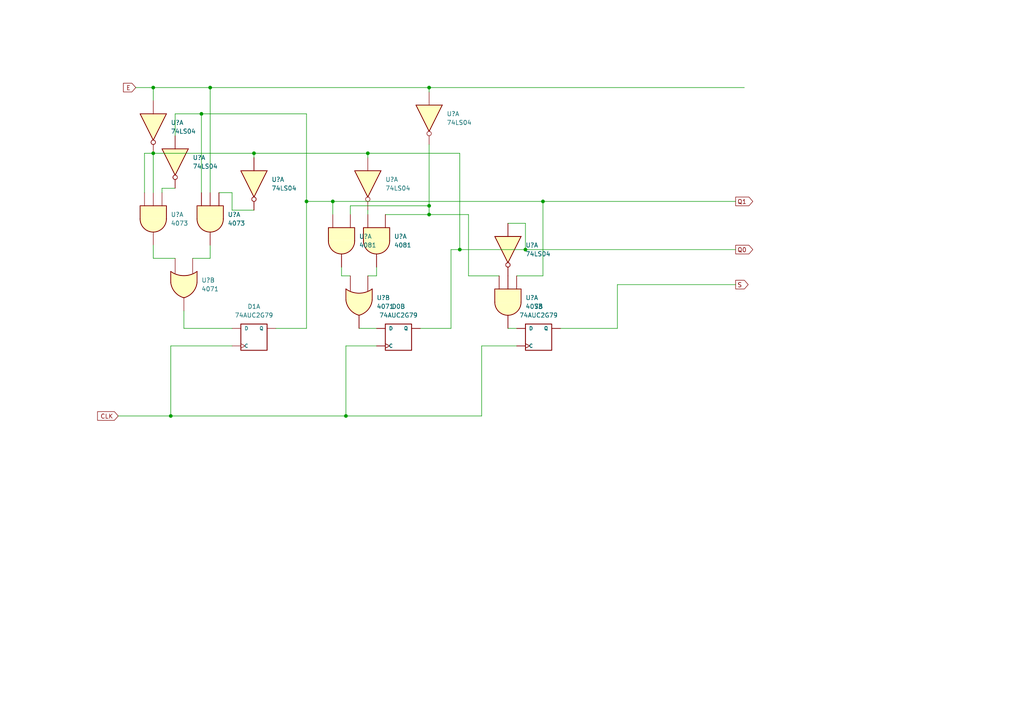
<source format=kicad_sch>
(kicad_sch (version 20211123) (generator eeschema)
  (paper "A4")
  (lib_symbols
    (symbol "4071_1" (pin_numbers hide) (pin_names (offset 1.016) hide)
      (property "Reference" "U" (at 0 1.27 0))
      (property "Value" "4071_1" (at 0 -1.27 0))
      (symbol "4071_1_1_1"
        (pin input line (at -7.62 2.54 0) (length 4.318) (name "~") (number "1"))
        (pin input line (at -7.62 -2.54 0) (length 4.318) (name "~") (number "2"))
        (pin output line (at 7.62 0 180) (length 3.81) (name "~") (number "3"))
      )
      (symbol "4071_1_1_2"
        (pin input inverted (at -7.62 2.54 0) (length 3.81) (name "~") (number "1"))
        (pin input inverted (at -7.62 -2.54 0) (length 3.81) (name "~") (number "2"))
        (pin output inverted (at 7.62 0 180) (length 3.81) (name "~") (number "3"))
      )
      (symbol "4071_1_2_1"
        (pin output line (at 7.62 0 180) (length 3.81) (name "~") (number "4"))
        (pin input line (at -7.62 2.54 0) (length 4.318) (name "~") (number "5"))
        (pin input line (at -7.62 -2.54 0) (length 4.318) (name "~") (number "6"))
      )
      (symbol "4071_1_2_2"
        (pin output inverted (at 7.62 0 180) (length 3.81) (name "~") (number "4"))
        (pin input inverted (at -7.62 2.54 0) (length 3.81) (name "~") (number "5"))
        (pin input inverted (at -7.62 -2.54 0) (length 3.81) (name "~") (number "6"))
      )
      (symbol "4071_1_3_1"
        (pin output line (at 7.62 0 180) (length 3.81) (name "~") (number "10"))
        (pin input line (at -7.62 2.54 0) (length 4.318) (name "~") (number "8"))
        (pin input line (at -7.62 -2.54 0) (length 4.318) (name "~") (number "9"))
      )
      (symbol "4071_1_3_2"
        (pin output inverted (at 7.62 0 180) (length 3.81) (name "~") (number "10"))
        (pin input inverted (at -7.62 2.54 0) (length 3.81) (name "~") (number "8"))
        (pin input inverted (at -7.62 -2.54 0) (length 3.81) (name "~") (number "9"))
      )
      (symbol "4071_1_4_1"
        (pin output line (at 7.62 0 180) (length 3.81) (name "~") (number "11"))
        (pin input line (at -7.62 2.54 0) (length 4.318) (name "~") (number "12"))
        (pin input line (at -7.62 -2.54 0) (length 4.318) (name "~") (number "13"))
      )
      (symbol "4071_1_4_2"
        (pin output inverted (at 7.62 0 180) (length 3.81) (name "~") (number "11"))
        (pin input inverted (at -7.62 2.54 0) (length 3.81) (name "~") (number "12"))
        (pin input inverted (at -7.62 -2.54 0) (length 3.81) (name "~") (number "13"))
      )
      (symbol "4071_1_5_0"
        (pin power_in line (at 0 12.7 270) (length 5.08) (name "VDD") (number "14"))
        (pin power_in line (at 0 -12.7 90) (length 5.08) (name "VSS") (number "7"))
      )
    )
    (symbol "4073_1" (pin_numbers hide) (pin_names (offset 1.016) hide)
      (property "Reference" "U" (at 0 1.27 0))
      (property "Value" "4073_1" (at 0 -1.27 0))
      (symbol "4073_1_1_1"
        (pin input line (at -7.62 2.54 0) (length 3.81) (name "~") (number "1"))
        (pin input line (at -7.62 0 0) (length 3.81) (name "~") (number "2"))
        (pin input line (at -7.62 -2.54 0) (length 3.81) (name "~") (number "8"))
        (pin output line (at 7.62 0 180) (length 3.81) (name "~") (number "9"))
      )
      (symbol "4073_1_1_2"
        (pin input inverted (at -7.62 2.54 0) (length 4.318) (name "~") (number "1"))
        (pin input inverted (at -7.62 0 0) (length 4.953) (name "~") (number "2"))
        (pin input inverted (at -7.62 -2.54 0) (length 4.318) (name "~") (number "8"))
        (pin output inverted (at 7.62 0 180) (length 3.81) (name "~") (number "9"))
      )
      (symbol "4073_1_2_1"
        (pin input line (at -7.62 2.54 0) (length 3.81) (name "~") (number "3"))
        (pin input line (at -7.62 0 0) (length 3.81) (name "~") (number "4"))
        (pin input line (at -7.62 -2.54 0) (length 3.81) (name "~") (number "5"))
        (pin output line (at 7.62 0 180) (length 3.81) (name "~") (number "6"))
      )
      (symbol "4073_1_2_2"
        (pin input inverted (at -7.62 2.54 0) (length 4.318) (name "~") (number "3"))
        (pin input inverted (at -7.62 0 0) (length 4.953) (name "~") (number "4"))
        (pin input inverted (at -7.62 -2.54 0) (length 4.318) (name "~") (number "5"))
        (pin output inverted (at 7.62 0 180) (length 3.81) (name "~") (number "6"))
      )
      (symbol "4073_1_3_1"
        (pin output line (at 7.62 0 180) (length 3.81) (name "~") (number "10"))
        (pin input line (at -7.62 2.54 0) (length 3.81) (name "~") (number "11"))
        (pin input line (at -7.62 0 0) (length 3.81) (name "~") (number "12"))
        (pin input line (at -7.62 -2.54 0) (length 3.81) (name "~") (number "13"))
      )
      (symbol "4073_1_3_2"
        (pin output inverted (at 7.62 0 180) (length 3.81) (name "~") (number "10"))
        (pin input inverted (at -7.62 2.54 0) (length 4.318) (name "~") (number "11"))
        (pin input inverted (at -7.62 0 0) (length 4.953) (name "~") (number "12"))
        (pin input inverted (at -7.62 -2.54 0) (length 4.318) (name "~") (number "13"))
      )
      (symbol "4073_1_4_0"
        (pin power_in line (at 0 12.7 270) (length 5.08) (name "VDD") (number "14"))
        (pin power_in line (at 0 -12.7 90) (length 5.08) (name "VSS") (number "7"))
      )
    )
    (symbol "4073_2" (pin_numbers hide) (pin_names (offset 1.016) hide)
      (property "Reference" "U" (at 0 1.27 0))
      (property "Value" "4073_2" (at 0 -1.27 0))
      (symbol "4073_2_1_1"
        (pin input line (at -7.62 2.54 0) (length 3.81) (name "~") (number "1"))
        (pin input line (at -7.62 0 0) (length 3.81) (name "~") (number "2"))
        (pin input line (at -7.62 -2.54 0) (length 3.81) (name "~") (number "8"))
        (pin output line (at 7.62 0 180) (length 3.81) (name "~") (number "9"))
      )
      (symbol "4073_2_1_2"
        (pin input inverted (at -7.62 2.54 0) (length 4.318) (name "~") (number "1"))
        (pin input inverted (at -7.62 0 0) (length 4.953) (name "~") (number "2"))
        (pin input inverted (at -7.62 -2.54 0) (length 4.318) (name "~") (number "8"))
        (pin output inverted (at 7.62 0 180) (length 3.81) (name "~") (number "9"))
      )
      (symbol "4073_2_2_1"
        (pin input line (at -7.62 2.54 0) (length 3.81) (name "~") (number "3"))
        (pin input line (at -7.62 0 0) (length 3.81) (name "~") (number "4"))
        (pin input line (at -7.62 -2.54 0) (length 3.81) (name "~") (number "5"))
        (pin output line (at 7.62 0 180) (length 3.81) (name "~") (number "6"))
      )
      (symbol "4073_2_2_2"
        (pin input inverted (at -7.62 2.54 0) (length 4.318) (name "~") (number "3"))
        (pin input inverted (at -7.62 0 0) (length 4.953) (name "~") (number "4"))
        (pin input inverted (at -7.62 -2.54 0) (length 4.318) (name "~") (number "5"))
        (pin output inverted (at 7.62 0 180) (length 3.81) (name "~") (number "6"))
      )
      (symbol "4073_2_3_1"
        (pin output line (at 7.62 0 180) (length 3.81) (name "~") (number "10"))
        (pin input line (at -7.62 2.54 0) (length 3.81) (name "~") (number "11"))
        (pin input line (at -7.62 0 0) (length 3.81) (name "~") (number "12"))
        (pin input line (at -7.62 -2.54 0) (length 3.81) (name "~") (number "13"))
      )
      (symbol "4073_2_3_2"
        (pin output inverted (at 7.62 0 180) (length 3.81) (name "~") (number "10"))
        (pin input inverted (at -7.62 2.54 0) (length 4.318) (name "~") (number "11"))
        (pin input inverted (at -7.62 0 0) (length 4.953) (name "~") (number "12"))
        (pin input inverted (at -7.62 -2.54 0) (length 4.318) (name "~") (number "13"))
      )
      (symbol "4073_2_4_0"
        (pin power_in line (at 0 12.7 270) (length 5.08) (name "VDD") (number "14"))
        (pin power_in line (at 0 -12.7 90) (length 5.08) (name "VSS") (number "7"))
      )
    )
    (symbol "4081_1" (pin_numbers hide) (pin_names (offset 1.016) hide)
      (property "Reference" "U" (at 0 1.27 0))
      (property "Value" "4081_1" (at 0 -1.27 0))
      (symbol "4081_1_1_1"
        (pin input line (at -7.62 2.54 0) (length 3.81) (name "~") (number "1"))
        (pin input line (at -7.62 -2.54 0) (length 3.81) (name "~") (number "2"))
        (pin output line (at 7.62 0 180) (length 3.81) (name "~") (number "3"))
      )
      (symbol "4081_1_1_2"
        (pin input inverted (at -7.62 2.54 0) (length 4.318) (name "~") (number "1"))
        (pin input inverted (at -7.62 -2.54 0) (length 4.318) (name "~") (number "2"))
        (pin output inverted (at 7.62 0 180) (length 3.81) (name "~") (number "3"))
      )
      (symbol "4081_1_2_1"
        (pin output line (at 7.62 0 180) (length 3.81) (name "~") (number "4"))
        (pin input line (at -7.62 2.54 0) (length 3.81) (name "~") (number "5"))
        (pin input line (at -7.62 -2.54 0) (length 3.81) (name "~") (number "6"))
      )
      (symbol "4081_1_2_2"
        (pin output inverted (at 7.62 0 180) (length 3.81) (name "~") (number "4"))
        (pin input inverted (at -7.62 2.54 0) (length 4.318) (name "~") (number "5"))
        (pin input inverted (at -7.62 -2.54 0) (length 4.318) (name "~") (number "6"))
      )
      (symbol "4081_1_3_1"
        (pin output line (at 7.62 0 180) (length 3.81) (name "~") (number "10"))
        (pin input line (at -7.62 2.54 0) (length 3.81) (name "~") (number "8"))
        (pin input line (at -7.62 -2.54 0) (length 3.81) (name "~") (number "9"))
      )
      (symbol "4081_1_3_2"
        (pin output inverted (at 7.62 0 180) (length 3.81) (name "~") (number "10"))
        (pin input inverted (at -7.62 2.54 0) (length 4.318) (name "~") (number "8"))
        (pin input inverted (at -7.62 -2.54 0) (length 4.318) (name "~") (number "9"))
      )
      (symbol "4081_1_4_1"
        (pin output line (at 7.62 0 180) (length 3.81) (name "~") (number "11"))
        (pin input line (at -7.62 2.54 0) (length 3.81) (name "~") (number "12"))
        (pin input line (at -7.62 -2.54 0) (length 3.81) (name "~") (number "13"))
      )
      (symbol "4081_1_4_2"
        (pin output inverted (at 7.62 0 180) (length 3.81) (name "~") (number "11"))
        (pin input inverted (at -7.62 2.54 0) (length 4.318) (name "~") (number "12"))
        (pin input inverted (at -7.62 -2.54 0) (length 4.318) (name "~") (number "13"))
      )
      (symbol "4081_1_5_0"
        (pin power_in line (at 0 12.7 270) (length 5.08) (name "VDD") (number "14"))
        (pin power_in line (at 0 -12.7 90) (length 5.08) (name "VSS") (number "7"))
      )
    )
    (symbol "4xxx:4071" (pin_numbers hide) (pin_names (offset 1.016) hide)
      (property "Reference" "U" (at 0 1.27 0))
      (property "Value" "4071" (at 0 -1.27 0))
      (symbol "4071_1_1"
        (pin input line (at -7.62 2.54 0) (length 4.318) (name "~") (number "1"))
        (pin input line (at -7.62 -2.54 0) (length 4.318) (name "~") (number "2"))
        (pin output line (at 7.62 0 180) (length 3.81) (name "~") (number "3"))
      )
      (symbol "4071_1_2"
        (pin input inverted (at -7.62 2.54 0) (length 3.81) (name "~") (number "1"))
        (pin input inverted (at -7.62 -2.54 0) (length 3.81) (name "~") (number "2"))
        (pin output inverted (at 7.62 0 180) (length 3.81) (name "~") (number "3"))
      )
      (symbol "4071_2_1"
        (pin output line (at 7.62 0 180) (length 3.81) (name "~") (number "4"))
        (pin input line (at -7.62 2.54 0) (length 4.318) (name "~") (number "5"))
        (pin input line (at -7.62 -2.54 0) (length 4.318) (name "~") (number "6"))
      )
      (symbol "4071_2_2"
        (pin output inverted (at 7.62 0 180) (length 3.81) (name "~") (number "4"))
        (pin input inverted (at -7.62 2.54 0) (length 3.81) (name "~") (number "5"))
        (pin input inverted (at -7.62 -2.54 0) (length 3.81) (name "~") (number "6"))
      )
      (symbol "4071_3_1"
        (pin output line (at 7.62 0 180) (length 3.81) (name "~") (number "10"))
        (pin input line (at -7.62 2.54 0) (length 4.318) (name "~") (number "8"))
        (pin input line (at -7.62 -2.54 0) (length 4.318) (name "~") (number "9"))
      )
      (symbol "4071_3_2"
        (pin output inverted (at 7.62 0 180) (length 3.81) (name "~") (number "10"))
        (pin input inverted (at -7.62 2.54 0) (length 3.81) (name "~") (number "8"))
        (pin input inverted (at -7.62 -2.54 0) (length 3.81) (name "~") (number "9"))
      )
      (symbol "4071_4_1"
        (pin output line (at 7.62 0 180) (length 3.81) (name "~") (number "11"))
        (pin input line (at -7.62 2.54 0) (length 4.318) (name "~") (number "12"))
        (pin input line (at -7.62 -2.54 0) (length 4.318) (name "~") (number "13"))
      )
      (symbol "4071_4_2"
        (pin output inverted (at 7.62 0 180) (length 3.81) (name "~") (number "11"))
        (pin input inverted (at -7.62 2.54 0) (length 3.81) (name "~") (number "12"))
        (pin input inverted (at -7.62 -2.54 0) (length 3.81) (name "~") (number "13"))
      )
      (symbol "4071_5_0"
        (pin power_in line (at 0 12.7 270) (length 5.08) (name "VDD") (number "14"))
        (pin power_in line (at 0 -12.7 90) (length 5.08) (name "VSS") (number "7"))
      )
    )
    (symbol "4xxx:4073" (pin_numbers hide) (pin_names (offset 1.016) hide)
      (property "Reference" "U" (at 0 1.27 0))
      (property "Value" "4073" (at 0 -1.27 0))
      (symbol "4073_1_1"
        (pin input line (at -7.62 2.54 0) (length 3.81) (name "~") (number "1"))
        (pin input line (at -7.62 0 0) (length 3.81) (name "~") (number "2"))
        (pin input line (at -7.62 -2.54 0) (length 3.81) (name "~") (number "8"))
        (pin output line (at 7.62 0 180) (length 3.81) (name "~") (number "9"))
      )
      (symbol "4073_1_2"
        (pin input inverted (at -7.62 2.54 0) (length 4.318) (name "~") (number "1"))
        (pin input inverted (at -7.62 0 0) (length 4.953) (name "~") (number "2"))
        (pin input inverted (at -7.62 -2.54 0) (length 4.318) (name "~") (number "8"))
        (pin output inverted (at 7.62 0 180) (length 3.81) (name "~") (number "9"))
      )
      (symbol "4073_2_1"
        (pin input line (at -7.62 2.54 0) (length 3.81) (name "~") (number "3"))
        (pin input line (at -7.62 0 0) (length 3.81) (name "~") (number "4"))
        (pin input line (at -7.62 -2.54 0) (length 3.81) (name "~") (number "5"))
        (pin output line (at 7.62 0 180) (length 3.81) (name "~") (number "6"))
      )
      (symbol "4073_2_2"
        (pin input inverted (at -7.62 2.54 0) (length 4.318) (name "~") (number "3"))
        (pin input inverted (at -7.62 0 0) (length 4.953) (name "~") (number "4"))
        (pin input inverted (at -7.62 -2.54 0) (length 4.318) (name "~") (number "5"))
        (pin output inverted (at 7.62 0 180) (length 3.81) (name "~") (number "6"))
      )
      (symbol "4073_3_1"
        (pin output line (at 7.62 0 180) (length 3.81) (name "~") (number "10"))
        (pin input line (at -7.62 2.54 0) (length 3.81) (name "~") (number "11"))
        (pin input line (at -7.62 0 0) (length 3.81) (name "~") (number "12"))
        (pin input line (at -7.62 -2.54 0) (length 3.81) (name "~") (number "13"))
      )
      (symbol "4073_3_2"
        (pin output inverted (at 7.62 0 180) (length 3.81) (name "~") (number "10"))
        (pin input inverted (at -7.62 2.54 0) (length 4.318) (name "~") (number "11"))
        (pin input inverted (at -7.62 0 0) (length 4.953) (name "~") (number "12"))
        (pin input inverted (at -7.62 -2.54 0) (length 4.318) (name "~") (number "13"))
      )
      (symbol "4073_4_0"
        (pin power_in line (at 0 12.7 270) (length 5.08) (name "VDD") (number "14"))
        (pin power_in line (at 0 -12.7 90) (length 5.08) (name "VSS") (number "7"))
      )
    )
    (symbol "4xxx:4081" (pin_numbers hide) (pin_names (offset 1.016) hide)
      (property "Reference" "U" (at 0 1.27 0))
      (property "Value" "4081" (at 0 -1.27 0))
      (symbol "4081_1_1"
        (pin input line (at -7.62 2.54 0) (length 3.81) (name "~") (number "1"))
        (pin input line (at -7.62 -2.54 0) (length 3.81) (name "~") (number "2"))
        (pin output line (at 7.62 0 180) (length 3.81) (name "~") (number "3"))
      )
      (symbol "4081_1_2"
        (pin input inverted (at -7.62 2.54 0) (length 4.318) (name "~") (number "1"))
        (pin input inverted (at -7.62 -2.54 0) (length 4.318) (name "~") (number "2"))
        (pin output inverted (at 7.62 0 180) (length 3.81) (name "~") (number "3"))
      )
      (symbol "4081_2_1"
        (pin output line (at 7.62 0 180) (length 3.81) (name "~") (number "4"))
        (pin input line (at -7.62 2.54 0) (length 3.81) (name "~") (number "5"))
        (pin input line (at -7.62 -2.54 0) (length 3.81) (name "~") (number "6"))
      )
      (symbol "4081_2_2"
        (pin output inverted (at 7.62 0 180) (length 3.81) (name "~") (number "4"))
        (pin input inverted (at -7.62 2.54 0) (length 4.318) (name "~") (number "5"))
        (pin input inverted (at -7.62 -2.54 0) (length 4.318) (name "~") (number "6"))
      )
      (symbol "4081_3_1"
        (pin output line (at 7.62 0 180) (length 3.81) (name "~") (number "10"))
        (pin input line (at -7.62 2.54 0) (length 3.81) (name "~") (number "8"))
        (pin input line (at -7.62 -2.54 0) (length 3.81) (name "~") (number "9"))
      )
      (symbol "4081_3_2"
        (pin output inverted (at 7.62 0 180) (length 3.81) (name "~") (number "10"))
        (pin input inverted (at -7.62 2.54 0) (length 4.318) (name "~") (number "8"))
        (pin input inverted (at -7.62 -2.54 0) (length 4.318) (name "~") (number "9"))
      )
      (symbol "4081_4_1"
        (pin output line (at 7.62 0 180) (length 3.81) (name "~") (number "11"))
        (pin input line (at -7.62 2.54 0) (length 3.81) (name "~") (number "12"))
        (pin input line (at -7.62 -2.54 0) (length 3.81) (name "~") (number "13"))
      )
      (symbol "4081_4_2"
        (pin output inverted (at 7.62 0 180) (length 3.81) (name "~") (number "11"))
        (pin input inverted (at -7.62 2.54 0) (length 4.318) (name "~") (number "12"))
        (pin input inverted (at -7.62 -2.54 0) (length 4.318) (name "~") (number "13"))
      )
      (symbol "4081_5_0"
        (pin power_in line (at 0 12.7 270) (length 5.08) (name "VDD") (number "14"))
        (pin power_in line (at 0 -12.7 90) (length 5.08) (name "VSS") (number "7"))
      )
    )
    (symbol "74AUC2G79_1" (pin_numbers hide) (pin_names (offset 1.016))
      (property "Reference" "U" (at -2.54 5.08 0))
      (property "Value" "74AUC2G79_1" (at 0 -5.08 0))
      (symbol "74AUC2G79_1_0_1"
        (pin power_in line (at 0 -3.81 270) (length 0) hide (name "GND") (number "4"))
        (pin power_in line (at 0 3.81 90) (length 0) hide (name "VCC") (number "8"))
      )
      (symbol "74AUC2G79_1_1_1"
        (pin input clock (at -6.35 -2.54 0) (length 2.54) (name "C") (number "1"))
        (pin input line (at -6.35 2.54 0) (length 2.54) (name "D") (number "2"))
        (pin output line (at 6.35 2.54 180) (length 2.54) (name "Q") (number "7"))
      )
      (symbol "74AUC2G79_1_2_1"
        (pin output line (at 6.35 2.54 180) (length 2.54) (name "Q") (number "3"))
        (pin input clock (at -6.35 -2.54 0) (length 2.54) (name "C") (number "5"))
        (pin input line (at -6.35 2.54 0) (length 2.54) (name "D") (number "6"))
      )
    )
    (symbol "74AUC2G79_2" (pin_numbers hide) (pin_names (offset 1.016))
      (property "Reference" "U" (at -2.54 5.08 0))
      (property "Value" "74AUC2G79_2" (at 0 -5.08 0))
      (symbol "74AUC2G79_2_0_1"
        (pin power_in line (at 0 -3.81 270) (length 0) hide (name "GND") (number "4"))
        (pin power_in line (at 0 3.81 90) (length 0) hide (name "VCC") (number "8"))
      )
      (symbol "74AUC2G79_2_1_1"
        (pin input clock (at -6.35 -2.54 0) (length 2.54) (name "C") (number "1"))
        (pin input line (at -6.35 2.54 0) (length 2.54) (name "D") (number "2"))
        (pin output line (at 6.35 2.54 180) (length 2.54) (name "Q") (number "7"))
      )
      (symbol "74AUC2G79_2_2_1"
        (pin output line (at 6.35 2.54 180) (length 2.54) (name "Q") (number "3"))
        (pin input clock (at -6.35 -2.54 0) (length 2.54) (name "C") (number "5"))
        (pin input line (at -6.35 2.54 0) (length 2.54) (name "D") (number "6"))
      )
    )
    (symbol "74LS04_1" (pin_numbers hide) (pin_names hide)
      (property "Reference" "U" (at 0 1.27 0))
      (property "Value" "74LS04_1" (at 0 -1.27 0))
      (symbol "74LS04_1_1_0"
        (pin input line (at -7.62 0 0) (length 3.81) (name "~") (number "1"))
        (pin output inverted (at 7.62 0 180) (length 3.81) (name "~") (number "2"))
      )
      (symbol "74LS04_1_2_0"
        (pin input line (at -7.62 0 0) (length 3.81) (name "~") (number "3"))
        (pin output inverted (at 7.62 0 180) (length 3.81) (name "~") (number "4"))
      )
      (symbol "74LS04_1_3_0"
        (pin input line (at -7.62 0 0) (length 3.81) (name "~") (number "5"))
        (pin output inverted (at 7.62 0 180) (length 3.81) (name "~") (number "6"))
      )
      (symbol "74LS04_1_4_0"
        (pin output inverted (at 7.62 0 180) (length 3.81) (name "~") (number "8"))
        (pin input line (at -7.62 0 0) (length 3.81) (name "~") (number "9"))
      )
      (symbol "74LS04_1_5_0"
        (pin output inverted (at 7.62 0 180) (length 3.81) (name "~") (number "10"))
        (pin input line (at -7.62 0 0) (length 3.81) (name "~") (number "11"))
      )
      (symbol "74LS04_1_6_0"
        (pin output inverted (at 7.62 0 180) (length 3.81) (name "~") (number "12"))
        (pin input line (at -7.62 0 0) (length 3.81) (name "~") (number "13"))
      )
      (symbol "74LS04_1_7_0"
        (pin power_in line (at 0 12.7 270) (length 5.08) (name "VCC") (number "14"))
        (pin power_in line (at 0 -12.7 90) (length 5.08) (name "GND") (number "7"))
      )
    )
    (symbol "74LS04_2" (pin_numbers hide) (pin_names hide)
      (property "Reference" "U" (at 0 1.27 0))
      (property "Value" "74LS04_2" (at 0 -1.27 0))
      (symbol "74LS04_2_1_0"
        (pin input line (at -7.62 0 0) (length 3.81) (name "~") (number "1"))
        (pin output inverted (at 7.62 0 180) (length 3.81) (name "~") (number "2"))
      )
      (symbol "74LS04_2_2_0"
        (pin input line (at -7.62 0 0) (length 3.81) (name "~") (number "3"))
        (pin output inverted (at 7.62 0 180) (length 3.81) (name "~") (number "4"))
      )
      (symbol "74LS04_2_3_0"
        (pin input line (at -7.62 0 0) (length 3.81) (name "~") (number "5"))
        (pin output inverted (at 7.62 0 180) (length 3.81) (name "~") (number "6"))
      )
      (symbol "74LS04_2_4_0"
        (pin output inverted (at 7.62 0 180) (length 3.81) (name "~") (number "8"))
        (pin input line (at -7.62 0 0) (length 3.81) (name "~") (number "9"))
      )
      (symbol "74LS04_2_5_0"
        (pin output inverted (at 7.62 0 180) (length 3.81) (name "~") (number "10"))
        (pin input line (at -7.62 0 0) (length 3.81) (name "~") (number "11"))
      )
      (symbol "74LS04_2_6_0"
        (pin output inverted (at 7.62 0 180) (length 3.81) (name "~") (number "12"))
        (pin input line (at -7.62 0 0) (length 3.81) (name "~") (number "13"))
      )
      (symbol "74LS04_2_7_0"
        (pin power_in line (at 0 12.7 270) (length 5.08) (name "VCC") (number "14"))
        (pin power_in line (at 0 -12.7 90) (length 5.08) (name "GND") (number "7"))
      )
    )
    (symbol "74LS04_3" (pin_numbers hide) (pin_names hide)
      (property "Reference" "U" (at 0 1.27 0))
      (property "Value" "74LS04_3" (at 0 -1.27 0))
      (symbol "74LS04_3_1_0"
        (pin input line (at -7.62 0 0) (length 3.81) (name "~") (number "1"))
        (pin output inverted (at 7.62 0 180) (length 3.81) (name "~") (number "2"))
      )
      (symbol "74LS04_3_2_0"
        (pin input line (at -7.62 0 0) (length 3.81) (name "~") (number "3"))
        (pin output inverted (at 7.62 0 180) (length 3.81) (name "~") (number "4"))
      )
      (symbol "74LS04_3_3_0"
        (pin input line (at -7.62 0 0) (length 3.81) (name "~") (number "5"))
        (pin output inverted (at 7.62 0 180) (length 3.81) (name "~") (number "6"))
      )
      (symbol "74LS04_3_4_0"
        (pin output inverted (at 7.62 0 180) (length 3.81) (name "~") (number "8"))
        (pin input line (at -7.62 0 0) (length 3.81) (name "~") (number "9"))
      )
      (symbol "74LS04_3_5_0"
        (pin output inverted (at 7.62 0 180) (length 3.81) (name "~") (number "10"))
        (pin input line (at -7.62 0 0) (length 3.81) (name "~") (number "11"))
      )
      (symbol "74LS04_3_6_0"
        (pin output inverted (at 7.62 0 180) (length 3.81) (name "~") (number "12"))
        (pin input line (at -7.62 0 0) (length 3.81) (name "~") (number "13"))
      )
      (symbol "74LS04_3_7_0"
        (pin power_in line (at 0 12.7 270) (length 5.08) (name "VCC") (number "14"))
        (pin power_in line (at 0 -12.7 90) (length 5.08) (name "GND") (number "7"))
      )
    )
    (symbol "74LS04_4" (pin_numbers hide) (pin_names hide)
      (property "Reference" "U" (at 0 1.27 0))
      (property "Value" "74LS04_4" (at 0 -1.27 0))
      (symbol "74LS04_4_1_0"
        (pin input line (at -7.62 0 0) (length 3.81) (name "~") (number "1"))
        (pin output inverted (at 7.62 0 180) (length 3.81) (name "~") (number "2"))
      )
      (symbol "74LS04_4_2_0"
        (pin input line (at -7.62 0 0) (length 3.81) (name "~") (number "3"))
        (pin output inverted (at 7.62 0 180) (length 3.81) (name "~") (number "4"))
      )
      (symbol "74LS04_4_3_0"
        (pin input line (at -7.62 0 0) (length 3.81) (name "~") (number "5"))
        (pin output inverted (at 7.62 0 180) (length 3.81) (name "~") (number "6"))
      )
      (symbol "74LS04_4_4_0"
        (pin output inverted (at 7.62 0 180) (length 3.81) (name "~") (number "8"))
        (pin input line (at -7.62 0 0) (length 3.81) (name "~") (number "9"))
      )
      (symbol "74LS04_4_5_0"
        (pin output inverted (at 7.62 0 180) (length 3.81) (name "~") (number "10"))
        (pin input line (at -7.62 0 0) (length 3.81) (name "~") (number "11"))
      )
      (symbol "74LS04_4_6_0"
        (pin output inverted (at 7.62 0 180) (length 3.81) (name "~") (number "12"))
        (pin input line (at -7.62 0 0) (length 3.81) (name "~") (number "13"))
      )
      (symbol "74LS04_4_7_0"
        (pin power_in line (at 0 12.7 270) (length 5.08) (name "VCC") (number "14"))
        (pin power_in line (at 0 -12.7 90) (length 5.08) (name "GND") (number "7"))
      )
    )
    (symbol "74LS04_5" (pin_numbers hide) (pin_names hide)
      (property "Reference" "U" (at 0 1.27 0))
      (property "Value" "74LS04_5" (at 0 -1.27 0))
      (symbol "74LS04_5_1_0"
        (pin input line (at -7.62 0 0) (length 3.81) (name "~") (number "1"))
        (pin output inverted (at 7.62 0 180) (length 3.81) (name "~") (number "2"))
      )
      (symbol "74LS04_5_2_0"
        (pin input line (at -7.62 0 0) (length 3.81) (name "~") (number "3"))
        (pin output inverted (at 7.62 0 180) (length 3.81) (name "~") (number "4"))
      )
      (symbol "74LS04_5_3_0"
        (pin input line (at -7.62 0 0) (length 3.81) (name "~") (number "5"))
        (pin output inverted (at 7.62 0 180) (length 3.81) (name "~") (number "6"))
      )
      (symbol "74LS04_5_4_0"
        (pin output inverted (at 7.62 0 180) (length 3.81) (name "~") (number "8"))
        (pin input line (at -7.62 0 0) (length 3.81) (name "~") (number "9"))
      )
      (symbol "74LS04_5_5_0"
        (pin output inverted (at 7.62 0 180) (length 3.81) (name "~") (number "10"))
        (pin input line (at -7.62 0 0) (length 3.81) (name "~") (number "11"))
      )
      (symbol "74LS04_5_6_0"
        (pin output inverted (at 7.62 0 180) (length 3.81) (name "~") (number "12"))
        (pin input line (at -7.62 0 0) (length 3.81) (name "~") (number "13"))
      )
      (symbol "74LS04_5_7_0"
        (pin power_in line (at 0 12.7 270) (length 5.08) (name "VCC") (number "14"))
        (pin power_in line (at 0 -12.7 90) (length 5.08) (name "GND") (number "7"))
      )
    )
    (symbol "74xGxx:74AUC2G79" (pin_numbers hide) (pin_names (offset 1.016))
      (property "Reference" "U" (at -2.54 5.08 0))
      (property "Value" "74AUC2G79" (at 0 -5.08 0))
      (symbol "74AUC2G79_0_1"
        (pin power_in line (at 0 -3.81 270) (length 0) hide (name "GND") (number "4"))
        (pin power_in line (at 0 3.81 90) (length 0) hide (name "VCC") (number "8"))
      )
      (symbol "74AUC2G79_1_1"
        (pin input clock (at -6.35 -2.54 0) (length 2.54) (name "C") (number "1"))
        (pin input line (at -6.35 2.54 0) (length 2.54) (name "D") (number "2"))
        (pin output line (at 6.35 2.54 180) (length 2.54) (name "Q") (number "7"))
      )
      (symbol "74AUC2G79_2_1"
        (pin output line (at 6.35 2.54 180) (length 2.54) (name "Q") (number "3"))
        (pin input clock (at -6.35 -2.54 0) (length 2.54) (name "C") (number "5"))
        (pin input line (at -6.35 2.54 0) (length 2.54) (name "D") (number "6"))
      )
    )
    (symbol "74xx:74LS04" (pin_numbers hide) (pin_names hide)
      (property "Reference" "U" (at 0 1.27 0))
      (property "Value" "74LS04" (at 0 -1.27 0))
      (symbol "74LS04_1_0"
        (pin input line (at -7.62 0 0) (length 3.81) (name "~") (number "1"))
        (pin output inverted (at 7.62 0 180) (length 3.81) (name "~") (number "2"))
      )
      (symbol "74LS04_2_0"
        (pin input line (at -7.62 0 0) (length 3.81) (name "~") (number "3"))
        (pin output inverted (at 7.62 0 180) (length 3.81) (name "~") (number "4"))
      )
      (symbol "74LS04_3_0"
        (pin input line (at -7.62 0 0) (length 3.81) (name "~") (number "5"))
        (pin output inverted (at 7.62 0 180) (length 3.81) (name "~") (number "6"))
      )
      (symbol "74LS04_4_0"
        (pin output inverted (at 7.62 0 180) (length 3.81) (name "~") (number "8"))
        (pin input line (at -7.62 0 0) (length 3.81) (name "~") (number "9"))
      )
      (symbol "74LS04_5_0"
        (pin output inverted (at 7.62 0 180) (length 3.81) (name "~") (number "10"))
        (pin input line (at -7.62 0 0) (length 3.81) (name "~") (number "11"))
      )
      (symbol "74LS04_6_0"
        (pin output inverted (at 7.62 0 180) (length 3.81) (name "~") (number "12"))
        (pin input line (at -7.62 0 0) (length 3.81) (name "~") (number "13"))
      )
      (symbol "74LS04_7_0"
        (pin power_in line (at 0 12.7 270) (length 5.08) (name "VCC") (number "14"))
        (pin power_in line (at 0 -12.7 90) (length 5.08) (name "GND") (number "7"))
      )
    )
  )
  (junction (at 73.66 44.45))
  (junction (at 124.46 62.23))
  (junction (at 60.96 25.4))
  (junction (at 44.45 44.45))
  (junction (at 58.42 33.02))
  (junction (at 124.46 25.4))
  (junction (at 96.52 58.42))
  (junction (at 88.9 58.42))
  (junction (at 49.53 120.65))
  (junction (at 152.4 72.39))
  (junction (at 157.48 58.42))
  (junction (at 106.68 44.45))
  (junction (at 133.35 72.39))
  (junction (at 44.45 25.4))
  (junction (at 124.46 59.69))
  (junction (at 100.33 120.65))
  (wire (pts (xy 124.46 62.23) (xy 111.76 62.23)))
  (wire (pts (xy 124.46 59.69) (xy 124.46 62.23)))
  (wire (pts (xy 106.68 60.96) (xy 106.68 62.23)))
  (wire (pts (xy 73.66 60.96) (xy 67.31 60.96)))
  (wire (pts (xy 39.37 25.4) (xy 44.45 25.4)))
  (wire (pts (xy 106.68 44.45) (xy 133.35 44.45)))
  (wire (pts (xy 147.32 95.25) (xy 149.86 95.25)))
  (wire (pts (xy 147.32 64.77) (xy 152.4 64.77)))
  (wire (pts (xy 58.42 33.02) (xy 58.42 55.88)))
  (wire (pts (xy 135.89 80.01) (xy 135.89 62.23)))
  (wire (pts (xy 34.29 120.65) (xy 49.53 120.65)))
  (wire (pts (xy 60.96 74.93) (xy 55.88 74.93)))
  (wire (pts (xy 101.6 80.01) (xy 99.06 80.01)))
  (wire (pts (xy 104.14 95.25) (xy 109.22 95.25)))
  (wire (pts (xy 44.45 25.4) (xy 60.96 25.4)))
  (wire (pts (xy 157.48 58.42) (xy 213.36 58.42)))
  (wire (pts (xy 60.96 71.12) (xy 60.96 74.93)))
  (wire (pts (xy 99.06 80.01) (xy 99.06 77.47)))
  (wire (pts (xy 96.52 58.42) (xy 96.52 62.23)))
  (wire (pts (xy 73.66 44.45) (xy 106.68 44.45)))
  (wire (pts (xy 88.9 33.02) (xy 88.9 58.42)))
  (wire (pts (xy 179.07 82.55) (xy 213.36 82.55)))
  (wire (pts (xy 135.89 80.01) (xy 144.78 80.01)))
  (wire (pts (xy 135.89 62.23) (xy 124.46 62.23)))
  (wire (pts (xy 49.53 100.33) (xy 49.53 120.65)))
  (wire (pts (xy 50.8 74.93) (xy 44.45 74.93)))
  (wire (pts (xy 124.46 41.91) (xy 124.46 59.69)))
  (wire (pts (xy 152.4 72.39) (xy 213.36 72.39)))
  (wire (pts (xy 49.53 120.65) (xy 100.33 120.65)))
  (wire (pts (xy 139.7 120.65) (xy 100.33 120.65)))
  (wire (pts (xy 152.4 64.77) (xy 152.4 72.39)))
  (wire (pts (xy 53.34 95.25) (xy 67.31 95.25)))
  (wire (pts (xy 133.35 44.45) (xy 133.35 72.39)))
  (wire (pts (xy 130.81 95.25) (xy 130.81 72.39)))
  (wire (pts (xy 60.96 25.4) (xy 60.96 55.88)))
  (wire (pts (xy 121.92 95.25) (xy 130.81 95.25)))
  (wire (pts (xy 44.45 44.45) (xy 44.45 55.88)))
  (wire (pts (xy 44.45 44.45) (xy 73.66 44.45)))
  (wire (pts (xy 46.99 54.61) (xy 46.99 55.88)))
  (wire (pts (xy 109.22 80.01) (xy 109.22 77.47)))
  (wire (pts (xy 60.96 25.4) (xy 124.46 25.4)))
  (wire (pts (xy 67.31 100.33) (xy 49.53 100.33)))
  (wire (pts (xy 157.48 80.01) (xy 157.48 58.42)))
  (wire (pts (xy 106.68 44.45) (xy 106.68 45.72)))
  (wire (pts (xy 73.66 45.72) (xy 73.66 44.45)))
  (wire (pts (xy 149.86 100.33) (xy 139.7 100.33)))
  (wire (pts (xy 88.9 95.25) (xy 88.9 58.42)))
  (wire (pts (xy 162.56 95.25) (xy 179.07 95.25)))
  (wire (pts (xy 50.8 39.37) (xy 50.8 33.02)))
  (wire (pts (xy 130.81 72.39) (xy 133.35 72.39)))
  (wire (pts (xy 53.34 90.17) (xy 53.34 95.25)))
  (wire (pts (xy 101.6 59.69) (xy 124.46 59.69)))
  (wire (pts (xy 50.8 33.02) (xy 58.42 33.02)))
  (wire (pts (xy 149.86 80.01) (xy 157.48 80.01)))
  (wire (pts (xy 41.91 55.88) (xy 41.91 44.45)))
  (wire (pts (xy 133.35 72.39) (xy 152.4 72.39)))
  (wire (pts (xy 50.8 54.61) (xy 46.99 54.61)))
  (wire (pts (xy 96.52 58.42) (xy 157.48 58.42)))
  (wire (pts (xy 124.46 25.4) (xy 124.46 26.67)))
  (wire (pts (xy 139.7 100.33) (xy 139.7 120.65)))
  (wire (pts (xy 124.46 25.4) (xy 215.9 25.4)))
  (wire (pts (xy 44.45 71.12) (xy 44.45 74.93)))
  (wire (pts (xy 88.9 58.42) (xy 96.52 58.42)))
  (wire (pts (xy 67.31 60.96) (xy 67.31 55.88)))
  (wire (pts (xy 100.33 100.33) (xy 100.33 120.65)))
  (wire (pts (xy 109.22 100.33) (xy 100.33 100.33)))
  (wire (pts (xy 67.31 55.88) (xy 63.5 55.88)))
  (wire (pts (xy 44.45 25.4) (xy 44.45 29.21)))
  (wire (pts (xy 106.68 80.01) (xy 109.22 80.01)))
  (wire (pts (xy 80.01 95.25) (xy 88.9 95.25)))
  (wire (pts (xy 101.6 62.23) (xy 101.6 59.69)))
  (wire (pts (xy 41.91 44.45) (xy 44.45 44.45)))
  (wire (pts (xy 179.07 95.25) (xy 179.07 82.55)))
  (wire (pts (xy 88.9 33.02) (xy 58.42 33.02)))
  (global_label "S" (shape output) (at 213.36 82.55 0) (property "Intersheet References" "${INTERSHEET_REFS}" (effects hide)))
  (global_label "CLK" (shape input) (at 34.29 120.65 180) (property "Intersheet References" "${INTERSHEET_REFS}" (effects hide)))
  (global_label "E" (shape input) (at 39.37 25.4 180) (property "Intersheet References" "${INTERSHEET_REFS}" (effects hide)))
  (global_label "Q1" (shape output) (at 213.36 58.42 0) (property "Intersheet References" "${INTERSHEET_REFS}" (effects hide)))
  (global_label "Q0" (shape output) (at 213.36 72.39 0) (property "Intersheet References" "${INTERSHEET_REFS}" (effects hide)))
  (symbol (lib_name "74LS04_1") (lib_id "74xx:74LS04") (at 50.8 46.99 270) (unit 1)
    (property "Reference" "U?" (at 55.88 45.7199 90) (effects (justify left)))
    (property "Value" "74LS04" (at 55.88 48.2599 90) (effects (justify left)))
    (property "Datasheet" "http://www.ti.com/lit/gpn/sn74LS04" (effects hide))
  )
  (symbol (lib_id "4xxx:4081") (at 109.22 69.85 270) (unit 1)
    (property "Reference" "U?" (at 114.3 68.5799 90) (effects (justify left)))
    (property "Value" "4081" (at 114.3 71.1199 90) (effects (justify left)))
    (property "Datasheet" "http://www.intersil.com/content/dam/Intersil/documents/cd40/cd4073bms-81bms-82bms.pdf" (effects hide))
  )
  (symbol (lib_name "4073_2") (lib_id "4xxx:4073") (at 60.96 63.5 270) (unit 1)
    (property "Reference" "U?" (at 66.04 62.2299 90) (effects (justify left)))
    (property "Value" "4073" (at 66.04 64.7699 90) (effects (justify left)))
    (property "Datasheet" "http://www.intersil.com/content/dam/Intersil/documents/cd40/cd4073bms-81bms-82bms.pdf" (effects hide))
  )
  (symbol (lib_id "4xxx:4073") (at 147.32 87.63 270) (unit 1)
    (property "Reference" "U?" (at 152.4 86.3599 90) (effects (justify left)))
    (property "Value" "4073" (at 152.4 88.8999 90) (effects (justify left)))
    (property "Datasheet" "http://www.intersil.com/content/dam/Intersil/documents/cd40/cd4073bms-81bms-82bms.pdf" (effects hide))
  )
  (symbol (lib_name "4071_1") (lib_id "4xxx:4071") (at 53.34 82.55 270) (unit 2)
    (property "Reference" "U?" (at 58.42 81.2799 90) (effects (justify left)))
    (property "Value" "4071" (at 58.42 83.8199 90) (effects (justify left)))
    (property "Datasheet" "http://www.intersil.com/content/dam/Intersil/documents/cd40/cd4071bms-72bms-75bms.pdf" (effects hide))
  )
  (symbol (lib_name "4081_1") (lib_id "4xxx:4081") (at 99.06 69.85 270) (unit 1)
    (property "Reference" "U?" (at 104.14 68.5799 90) (effects (justify left)))
    (property "Value" "4081" (at 104.14 71.1199 90) (effects (justify left)))
    (property "Datasheet" "http://www.intersil.com/content/dam/Intersil/documents/cd40/cd4073bms-81bms-82bms.pdf" (effects hide))
  )
  (symbol (lib_id "74xGxx:74AUC2G79") (at 156.21 97.79 0) (unit 2)
    (property "Reference" "S" (at 156.21 88.9 0))
    (property "Value" "74AUC2G79" (at 156.21 91.44 0))
    (property "Datasheet" "http://www.ti.com/lit/sg/scyt129e/scyt129e.pdf" (effects hide))
  )
  (symbol (lib_name "74LS04_3") (lib_id "74xx:74LS04") (at 73.66 53.34 270) (unit 1)
    (property "Reference" "U?" (at 78.74 52.0699 90) (effects (justify left)))
    (property "Value" "74LS04" (at 78.74 54.6099 90) (effects (justify left)))
    (property "Datasheet" "http://www.ti.com/lit/gpn/sn74LS04" (effects hide))
  )
  (symbol (lib_name "74LS04_4") (lib_id "74xx:74LS04") (at 106.68 53.34 270) (unit 1)
    (property "Reference" "U?" (at 111.76 52.0699 90) (effects (justify left)))
    (property "Value" "74LS04" (at 111.76 54.6099 90) (effects (justify left)))
    (property "Datasheet" "http://www.ti.com/lit/gpn/sn74LS04" (effects hide))
  )
  (symbol (lib_name "74LS04_5") (lib_id "74xx:74LS04") (at 124.46 34.29 270) (unit 1)
    (property "Reference" "U?" (at 129.54 33.0199 90) (effects (justify left)))
    (property "Value" "74LS04" (at 129.54 35.5599 90) (effects (justify left)))
    (property "Datasheet" "http://www.ti.com/lit/gpn/sn74LS04" (effects hide))
  )
  (symbol (lib_name "74LS04_2") (lib_id "74xx:74LS04") (at 44.45 36.83 270) (unit 1)
    (property "Reference" "U?" (at 49.53 35.5599 90) (effects (justify left)))
    (property "Value" "74LS04" (at 49.53 38.0999 90) (effects (justify left)))
    (property "Datasheet" "http://www.ti.com/lit/gpn/sn74LS04" (effects hide))
  )
  (symbol (lib_name "74AUC2G79_1") (lib_id "74xGxx:74AUC2G79") (at 73.66 97.79 0) (unit 1)
    (property "Reference" "D1" (at 73.66 88.9 0))
    (property "Value" "74AUC2G79" (at 73.66 91.44 0))
    (property "Datasheet" "http://www.ti.com/lit/sg/scyt129e/scyt129e.pdf" (effects hide))
  )
  (symbol (lib_name "4073_1") (lib_id "4xxx:4073") (at 44.45 63.5 270) (unit 1)
    (property "Reference" "U?" (at 49.53 62.2299 90) (effects (justify left)))
    (property "Value" "4073" (at 49.53 64.7699 90) (effects (justify left)))
    (property "Datasheet" "http://www.intersil.com/content/dam/Intersil/documents/cd40/cd4073bms-81bms-82bms.pdf" (effects hide))
  )
  (symbol (lib_name "74AUC2G79_2") (lib_id "74xGxx:74AUC2G79") (at 115.57 97.79 0) (unit 2)
    (property "Reference" "D0" (at 115.57 88.9 0))
    (property "Value" "74AUC2G79" (at 115.57 91.44 0))
    (property "Datasheet" "http://www.ti.com/lit/sg/scyt129e/scyt129e.pdf" (effects hide))
  )
  (symbol (lib_id "74xx:74LS04") (at 147.32 72.39 270) (unit 1)
    (property "Reference" "U?" (at 152.4 71.1199 90) (effects (justify left)))
    (property "Value" "74LS04" (at 152.4 73.6599 90) (effects (justify left)))
    (property "Datasheet" "http://www.ti.com/lit/gpn/sn74LS04" (effects hide))
  )
  (symbol (lib_id "4xxx:4071") (at 104.14 87.63 270) (unit 2)
    (property "Reference" "U?" (at 109.22 86.3599 90) (effects (justify left)))
    (property "Value" "4071" (at 109.22 88.8999 90) (effects (justify left)))
    (property "Datasheet" "http://www.intersil.com/content/dam/Intersil/documents/cd40/cd4071bms-72bms-75bms.pdf" (effects hide))
  )
)
</source>
